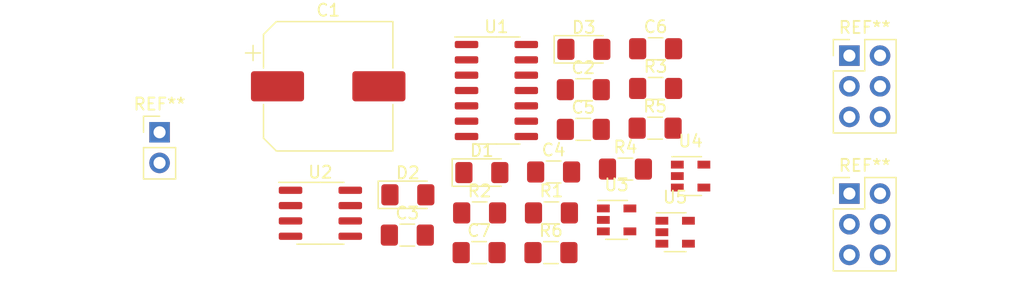
<source format=kicad_pcb>
(kicad_pcb (version 20171130) (host pcbnew "(5.1.5)-3")

  (general
    (thickness 1.6)
    (drawings 0)
    (tracks 0)
    (zones 0)
    (modules 24)
    (nets 30)
  )

  (page A4)
  (layers
    (0 F.Cu signal)
    (31 B.Cu signal)
    (32 B.Adhes user)
    (33 F.Adhes user)
    (34 B.Paste user)
    (35 F.Paste user)
    (36 B.SilkS user)
    (37 F.SilkS user)
    (38 B.Mask user)
    (39 F.Mask user)
    (40 Dwgs.User user)
    (41 Cmts.User user)
    (42 Eco1.User user)
    (43 Eco2.User user)
    (44 Edge.Cuts user)
    (45 Margin user)
    (46 B.CrtYd user)
    (47 F.CrtYd user)
    (48 B.Fab user)
    (49 F.Fab user)
  )

  (setup
    (last_trace_width 0.25)
    (trace_clearance 0.2)
    (zone_clearance 0.508)
    (zone_45_only no)
    (trace_min 0.2)
    (via_size 0.8)
    (via_drill 0.4)
    (via_min_size 0.4)
    (via_min_drill 0.3)
    (uvia_size 0.3)
    (uvia_drill 0.1)
    (uvias_allowed no)
    (uvia_min_size 0.2)
    (uvia_min_drill 0.1)
    (edge_width 0.05)
    (segment_width 0.2)
    (pcb_text_width 0.3)
    (pcb_text_size 1.5 1.5)
    (mod_edge_width 0.12)
    (mod_text_size 1 1)
    (mod_text_width 0.15)
    (pad_size 1.524 1.524)
    (pad_drill 0.762)
    (pad_to_mask_clearance 0.051)
    (solder_mask_min_width 0.25)
    (aux_axis_origin 0 0)
    (visible_elements FFFFFF7F)
    (pcbplotparams
      (layerselection 0x010fc_ffffffff)
      (usegerberextensions false)
      (usegerberattributes false)
      (usegerberadvancedattributes false)
      (creategerberjobfile false)
      (excludeedgelayer true)
      (linewidth 0.100000)
      (plotframeref false)
      (viasonmask false)
      (mode 1)
      (useauxorigin false)
      (hpglpennumber 1)
      (hpglpenspeed 20)
      (hpglpendiameter 15.000000)
      (psnegative false)
      (psa4output false)
      (plotreference true)
      (plotvalue true)
      (plotinvisibletext false)
      (padsonsilk false)
      (subtractmaskfromsilk false)
      (outputformat 1)
      (mirror false)
      (drillshape 1)
      (scaleselection 1)
      (outputdirectory ""))
  )

  (net 0 "")
  (net 1 GND-bat)
  (net 2 "Net-(C1-Pad1)")
  (net 3 Vin)
  (net 4 "Net-(C3-Pad1)")
  (net 5 VCC-2)
  (net 6 VCC-1)
  (net 7 "Net-(D1-Pad2)")
  (net 8 "Net-(D1-Pad1)")
  (net 9 "Net-(D2-Pad2)")
  (net 10 "Net-(D2-Pad1)")
  (net 11 "Net-(D3-Pad2)")
  (net 12 "Net-(D3-Pad1)")
  (net 13 Vbat)
  (net 14 "Net-(U1-Pad13)")
  (net 15 TX)
  (net 16 RX)
  (net 17 UDPI-1)
  (net 18 "Net-(U1-Pad9)")
  (net 19 "Net-(U1-Pad8)")
  (net 20 "Net-(U1-Pad7)")
  (net 21 "Net-(U1-Pad6)")
  (net 22 SIG2)
  (net 23 SIG1)
  (net 24 UDPI-0)
  (net 25 "Net-(U2-Pad5)")
  (net 26 "Net-(U2-Pad4)")
  (net 27 "Net-(U3-Pad4)")
  (net 28 "Net-(U4-Pad4)")
  (net 29 "Net-(U5-Pad4)")

  (net_class Default "Ceci est la Netclass par défaut."
    (clearance 0.2)
    (trace_width 0.25)
    (via_dia 0.8)
    (via_drill 0.4)
    (uvia_dia 0.3)
    (uvia_drill 0.1)
    (add_net GND-bat)
    (add_net "Net-(C1-Pad1)")
    (add_net "Net-(C3-Pad1)")
    (add_net "Net-(D1-Pad1)")
    (add_net "Net-(D1-Pad2)")
    (add_net "Net-(D2-Pad1)")
    (add_net "Net-(D2-Pad2)")
    (add_net "Net-(D3-Pad1)")
    (add_net "Net-(D3-Pad2)")
    (add_net "Net-(U1-Pad13)")
    (add_net "Net-(U1-Pad6)")
    (add_net "Net-(U1-Pad7)")
    (add_net "Net-(U1-Pad8)")
    (add_net "Net-(U1-Pad9)")
    (add_net "Net-(U2-Pad4)")
    (add_net "Net-(U2-Pad5)")
    (add_net "Net-(U3-Pad4)")
    (add_net "Net-(U4-Pad4)")
    (add_net "Net-(U5-Pad4)")
    (add_net RX)
    (add_net SIG1)
    (add_net SIG2)
    (add_net TX)
    (add_net UDPI-0)
    (add_net UDPI-1)
    (add_net VCC-1)
    (add_net VCC-2)
    (add_net Vbat)
    (add_net Vin)
  )

  (module Connector_PinHeader_2.54mm:PinHeader_1x02_P2.54mm_Vertical (layer F.Cu) (tedit 59FED5CC) (tstamp 5EA1E1B2)
    (at 80.01 76.2)
    (descr "Through hole straight pin header, 1x02, 2.54mm pitch, single row")
    (tags "Through hole pin header THT 1x02 2.54mm single row")
    (fp_text reference REF** (at 0 -2.33) (layer F.SilkS)
      (effects (font (size 1 1) (thickness 0.15)))
    )
    (fp_text value PinHeader_1x02_P2.54mm_Vertical (at 0 4.87) (layer F.Fab)
      (effects (font (size 1 1) (thickness 0.15)))
    )
    (fp_text user %R (at 0 1.27 90) (layer F.Fab)
      (effects (font (size 1 1) (thickness 0.15)))
    )
    (fp_line (start 1.8 -1.8) (end -1.8 -1.8) (layer F.CrtYd) (width 0.05))
    (fp_line (start 1.8 4.35) (end 1.8 -1.8) (layer F.CrtYd) (width 0.05))
    (fp_line (start -1.8 4.35) (end 1.8 4.35) (layer F.CrtYd) (width 0.05))
    (fp_line (start -1.8 -1.8) (end -1.8 4.35) (layer F.CrtYd) (width 0.05))
    (fp_line (start -1.33 -1.33) (end 0 -1.33) (layer F.SilkS) (width 0.12))
    (fp_line (start -1.33 0) (end -1.33 -1.33) (layer F.SilkS) (width 0.12))
    (fp_line (start -1.33 1.27) (end 1.33 1.27) (layer F.SilkS) (width 0.12))
    (fp_line (start 1.33 1.27) (end 1.33 3.87) (layer F.SilkS) (width 0.12))
    (fp_line (start -1.33 1.27) (end -1.33 3.87) (layer F.SilkS) (width 0.12))
    (fp_line (start -1.33 3.87) (end 1.33 3.87) (layer F.SilkS) (width 0.12))
    (fp_line (start -1.27 -0.635) (end -0.635 -1.27) (layer F.Fab) (width 0.1))
    (fp_line (start -1.27 3.81) (end -1.27 -0.635) (layer F.Fab) (width 0.1))
    (fp_line (start 1.27 3.81) (end -1.27 3.81) (layer F.Fab) (width 0.1))
    (fp_line (start 1.27 -1.27) (end 1.27 3.81) (layer F.Fab) (width 0.1))
    (fp_line (start -0.635 -1.27) (end 1.27 -1.27) (layer F.Fab) (width 0.1))
    (pad 2 thru_hole oval (at 0 2.54) (size 1.7 1.7) (drill 1) (layers *.Cu *.Mask))
    (pad 1 thru_hole rect (at 0 0) (size 1.7 1.7) (drill 1) (layers *.Cu *.Mask))
    (model ${KISYS3DMOD}/Connector_PinHeader_2.54mm.3dshapes/PinHeader_1x02_P2.54mm_Vertical.wrl
      (at (xyz 0 0 0))
      (scale (xyz 1 1 1))
      (rotate (xyz 0 0 0))
    )
  )

  (module Connector_PinHeader_2.54mm:PinHeader_2x03_P2.54mm_Vertical (layer F.Cu) (tedit 59FED5CC) (tstamp 5EA1DF65)
    (at 137.16 81.28)
    (descr "Through hole straight pin header, 2x03, 2.54mm pitch, double rows")
    (tags "Through hole pin header THT 2x03 2.54mm double row")
    (fp_text reference REF** (at 1.27 -2.33) (layer F.SilkS)
      (effects (font (size 1 1) (thickness 0.15)))
    )
    (fp_text value PinHeader_2x03_P2.54mm_Vertical (at 1.27 7.41) (layer F.Fab)
      (effects (font (size 1 1) (thickness 0.15)))
    )
    (fp_text user %R (at 1.27 2.54 90) (layer F.Fab)
      (effects (font (size 1 1) (thickness 0.15)))
    )
    (fp_line (start 4.35 -1.8) (end -1.8 -1.8) (layer F.CrtYd) (width 0.05))
    (fp_line (start 4.35 6.85) (end 4.35 -1.8) (layer F.CrtYd) (width 0.05))
    (fp_line (start -1.8 6.85) (end 4.35 6.85) (layer F.CrtYd) (width 0.05))
    (fp_line (start -1.8 -1.8) (end -1.8 6.85) (layer F.CrtYd) (width 0.05))
    (fp_line (start -1.33 -1.33) (end 0 -1.33) (layer F.SilkS) (width 0.12))
    (fp_line (start -1.33 0) (end -1.33 -1.33) (layer F.SilkS) (width 0.12))
    (fp_line (start 1.27 -1.33) (end 3.87 -1.33) (layer F.SilkS) (width 0.12))
    (fp_line (start 1.27 1.27) (end 1.27 -1.33) (layer F.SilkS) (width 0.12))
    (fp_line (start -1.33 1.27) (end 1.27 1.27) (layer F.SilkS) (width 0.12))
    (fp_line (start 3.87 -1.33) (end 3.87 6.41) (layer F.SilkS) (width 0.12))
    (fp_line (start -1.33 1.27) (end -1.33 6.41) (layer F.SilkS) (width 0.12))
    (fp_line (start -1.33 6.41) (end 3.87 6.41) (layer F.SilkS) (width 0.12))
    (fp_line (start -1.27 0) (end 0 -1.27) (layer F.Fab) (width 0.1))
    (fp_line (start -1.27 6.35) (end -1.27 0) (layer F.Fab) (width 0.1))
    (fp_line (start 3.81 6.35) (end -1.27 6.35) (layer F.Fab) (width 0.1))
    (fp_line (start 3.81 -1.27) (end 3.81 6.35) (layer F.Fab) (width 0.1))
    (fp_line (start 0 -1.27) (end 3.81 -1.27) (layer F.Fab) (width 0.1))
    (pad 6 thru_hole oval (at 2.54 5.08) (size 1.7 1.7) (drill 1) (layers *.Cu *.Mask))
    (pad 5 thru_hole oval (at 0 5.08) (size 1.7 1.7) (drill 1) (layers *.Cu *.Mask))
    (pad 4 thru_hole oval (at 2.54 2.54) (size 1.7 1.7) (drill 1) (layers *.Cu *.Mask))
    (pad 3 thru_hole oval (at 0 2.54) (size 1.7 1.7) (drill 1) (layers *.Cu *.Mask))
    (pad 2 thru_hole oval (at 2.54 0) (size 1.7 1.7) (drill 1) (layers *.Cu *.Mask))
    (pad 1 thru_hole rect (at 0 0) (size 1.7 1.7) (drill 1) (layers *.Cu *.Mask))
    (model ${KISYS3DMOD}/Connector_PinHeader_2.54mm.3dshapes/PinHeader_2x03_P2.54mm_Vertical.wrl
      (at (xyz 0 0 0))
      (scale (xyz 1 1 1))
      (rotate (xyz 0 0 0))
    )
  )

  (module Connector_PinHeader_2.54mm:PinHeader_2x03_P2.54mm_Vertical (layer F.Cu) (tedit 59FED5CC) (tstamp 5EA1DEF8)
    (at 137.16 69.85)
    (descr "Through hole straight pin header, 2x03, 2.54mm pitch, double rows")
    (tags "Through hole pin header THT 2x03 2.54mm double row")
    (fp_text reference REF** (at 1.27 -2.33) (layer F.SilkS)
      (effects (font (size 1 1) (thickness 0.15)))
    )
    (fp_text value PinHeader_2x03_P2.54mm_Vertical (at 1.27 7.41) (layer F.Fab)
      (effects (font (size 1 1) (thickness 0.15)))
    )
    (fp_text user %R (at 1.27 2.54 90) (layer F.Fab)
      (effects (font (size 1 1) (thickness 0.15)))
    )
    (fp_line (start 4.35 -1.8) (end -1.8 -1.8) (layer F.CrtYd) (width 0.05))
    (fp_line (start 4.35 6.85) (end 4.35 -1.8) (layer F.CrtYd) (width 0.05))
    (fp_line (start -1.8 6.85) (end 4.35 6.85) (layer F.CrtYd) (width 0.05))
    (fp_line (start -1.8 -1.8) (end -1.8 6.85) (layer F.CrtYd) (width 0.05))
    (fp_line (start -1.33 -1.33) (end 0 -1.33) (layer F.SilkS) (width 0.12))
    (fp_line (start -1.33 0) (end -1.33 -1.33) (layer F.SilkS) (width 0.12))
    (fp_line (start 1.27 -1.33) (end 3.87 -1.33) (layer F.SilkS) (width 0.12))
    (fp_line (start 1.27 1.27) (end 1.27 -1.33) (layer F.SilkS) (width 0.12))
    (fp_line (start -1.33 1.27) (end 1.27 1.27) (layer F.SilkS) (width 0.12))
    (fp_line (start 3.87 -1.33) (end 3.87 6.41) (layer F.SilkS) (width 0.12))
    (fp_line (start -1.33 1.27) (end -1.33 6.41) (layer F.SilkS) (width 0.12))
    (fp_line (start -1.33 6.41) (end 3.87 6.41) (layer F.SilkS) (width 0.12))
    (fp_line (start -1.27 0) (end 0 -1.27) (layer F.Fab) (width 0.1))
    (fp_line (start -1.27 6.35) (end -1.27 0) (layer F.Fab) (width 0.1))
    (fp_line (start 3.81 6.35) (end -1.27 6.35) (layer F.Fab) (width 0.1))
    (fp_line (start 3.81 -1.27) (end 3.81 6.35) (layer F.Fab) (width 0.1))
    (fp_line (start 0 -1.27) (end 3.81 -1.27) (layer F.Fab) (width 0.1))
    (pad 6 thru_hole oval (at 2.54 5.08) (size 1.7 1.7) (drill 1) (layers *.Cu *.Mask))
    (pad 5 thru_hole oval (at 0 5.08) (size 1.7 1.7) (drill 1) (layers *.Cu *.Mask))
    (pad 4 thru_hole oval (at 2.54 2.54) (size 1.7 1.7) (drill 1) (layers *.Cu *.Mask))
    (pad 3 thru_hole oval (at 0 2.54) (size 1.7 1.7) (drill 1) (layers *.Cu *.Mask))
    (pad 2 thru_hole oval (at 2.54 0) (size 1.7 1.7) (drill 1) (layers *.Cu *.Mask))
    (pad 1 thru_hole rect (at 0 0) (size 1.7 1.7) (drill 1) (layers *.Cu *.Mask))
    (model ${KISYS3DMOD}/Connector_PinHeader_2.54mm.3dshapes/PinHeader_2x03_P2.54mm_Vertical.wrl
      (at (xyz 0 0 0))
      (scale (xyz 1 1 1))
      (rotate (xyz 0 0 0))
    )
  )

  (module Package_TO_SOT_SMD:SOT-23-5 (layer F.Cu) (tedit 5A02FF57) (tstamp 5EA0E787)
    (at 122.725 84.48)
    (descr "5-pin SOT23 package")
    (tags SOT-23-5)
    (path /5E9D36BD)
    (attr smd)
    (fp_text reference U5 (at 0 -2.9) (layer F.SilkS)
      (effects (font (size 1 1) (thickness 0.15)))
    )
    (fp_text value MIC5504-3.3YM5 (at 0 2.9) (layer F.Fab)
      (effects (font (size 1 1) (thickness 0.15)))
    )
    (fp_line (start 0.9 -1.55) (end 0.9 1.55) (layer F.Fab) (width 0.1))
    (fp_line (start 0.9 1.55) (end -0.9 1.55) (layer F.Fab) (width 0.1))
    (fp_line (start -0.9 -0.9) (end -0.9 1.55) (layer F.Fab) (width 0.1))
    (fp_line (start 0.9 -1.55) (end -0.25 -1.55) (layer F.Fab) (width 0.1))
    (fp_line (start -0.9 -0.9) (end -0.25 -1.55) (layer F.Fab) (width 0.1))
    (fp_line (start -1.9 1.8) (end -1.9 -1.8) (layer F.CrtYd) (width 0.05))
    (fp_line (start 1.9 1.8) (end -1.9 1.8) (layer F.CrtYd) (width 0.05))
    (fp_line (start 1.9 -1.8) (end 1.9 1.8) (layer F.CrtYd) (width 0.05))
    (fp_line (start -1.9 -1.8) (end 1.9 -1.8) (layer F.CrtYd) (width 0.05))
    (fp_line (start 0.9 -1.61) (end -1.55 -1.61) (layer F.SilkS) (width 0.12))
    (fp_line (start -0.9 1.61) (end 0.9 1.61) (layer F.SilkS) (width 0.12))
    (fp_text user %R (at 0 0 90) (layer F.Fab)
      (effects (font (size 0.5 0.5) (thickness 0.075)))
    )
    (pad 5 smd rect (at 1.1 -0.95) (size 1.06 0.65) (layers F.Cu F.Paste F.Mask)
      (net 6 VCC-1))
    (pad 4 smd rect (at 1.1 0.95) (size 1.06 0.65) (layers F.Cu F.Paste F.Mask)
      (net 29 "Net-(U5-Pad4)"))
    (pad 3 smd rect (at -1.1 0.95) (size 1.06 0.65) (layers F.Cu F.Paste F.Mask)
      (net 19 "Net-(U1-Pad8)"))
    (pad 2 smd rect (at -1.1 0) (size 1.06 0.65) (layers F.Cu F.Paste F.Mask)
      (net 1 GND-bat))
    (pad 1 smd rect (at -1.1 -0.95) (size 1.06 0.65) (layers F.Cu F.Paste F.Mask)
      (net 3 Vin))
    (model ${KISYS3DMOD}/Package_TO_SOT_SMD.3dshapes/SOT-23-5.wrl
      (at (xyz 0 0 0))
      (scale (xyz 1 1 1))
      (rotate (xyz 0 0 0))
    )
  )

  (module Package_TO_SOT_SMD:SOT-23-5 (layer F.Cu) (tedit 5A02FF57) (tstamp 5EA0E772)
    (at 124.005 79.83)
    (descr "5-pin SOT23 package")
    (tags SOT-23-5)
    (path /5E9D46B8)
    (attr smd)
    (fp_text reference U4 (at 0 -2.9) (layer F.SilkS)
      (effects (font (size 1 1) (thickness 0.15)))
    )
    (fp_text value MIC5504-3.3YM5 (at 0 2.9) (layer F.Fab)
      (effects (font (size 1 1) (thickness 0.15)))
    )
    (fp_line (start 0.9 -1.55) (end 0.9 1.55) (layer F.Fab) (width 0.1))
    (fp_line (start 0.9 1.55) (end -0.9 1.55) (layer F.Fab) (width 0.1))
    (fp_line (start -0.9 -0.9) (end -0.9 1.55) (layer F.Fab) (width 0.1))
    (fp_line (start 0.9 -1.55) (end -0.25 -1.55) (layer F.Fab) (width 0.1))
    (fp_line (start -0.9 -0.9) (end -0.25 -1.55) (layer F.Fab) (width 0.1))
    (fp_line (start -1.9 1.8) (end -1.9 -1.8) (layer F.CrtYd) (width 0.05))
    (fp_line (start 1.9 1.8) (end -1.9 1.8) (layer F.CrtYd) (width 0.05))
    (fp_line (start 1.9 -1.8) (end 1.9 1.8) (layer F.CrtYd) (width 0.05))
    (fp_line (start -1.9 -1.8) (end 1.9 -1.8) (layer F.CrtYd) (width 0.05))
    (fp_line (start 0.9 -1.61) (end -1.55 -1.61) (layer F.SilkS) (width 0.12))
    (fp_line (start -0.9 1.61) (end 0.9 1.61) (layer F.SilkS) (width 0.12))
    (fp_text user %R (at 0 0 90) (layer F.Fab)
      (effects (font (size 0.5 0.5) (thickness 0.075)))
    )
    (pad 5 smd rect (at 1.1 -0.95) (size 1.06 0.65) (layers F.Cu F.Paste F.Mask)
      (net 5 VCC-2))
    (pad 4 smd rect (at 1.1 0.95) (size 1.06 0.65) (layers F.Cu F.Paste F.Mask)
      (net 28 "Net-(U4-Pad4)"))
    (pad 3 smd rect (at -1.1 0.95) (size 1.06 0.65) (layers F.Cu F.Paste F.Mask)
      (net 18 "Net-(U1-Pad9)"))
    (pad 2 smd rect (at -1.1 0) (size 1.06 0.65) (layers F.Cu F.Paste F.Mask)
      (net 1 GND-bat))
    (pad 1 smd rect (at -1.1 -0.95) (size 1.06 0.65) (layers F.Cu F.Paste F.Mask)
      (net 3 Vin))
    (model ${KISYS3DMOD}/Package_TO_SOT_SMD.3dshapes/SOT-23-5.wrl
      (at (xyz 0 0 0))
      (scale (xyz 1 1 1))
      (rotate (xyz 0 0 0))
    )
  )

  (module Package_TO_SOT_SMD:SOT-23-5 (layer F.Cu) (tedit 5A02FF57) (tstamp 5EA0E75D)
    (at 117.875 83.46)
    (descr "5-pin SOT23 package")
    (tags SOT-23-5)
    (path /5E9D23A3)
    (attr smd)
    (fp_text reference U3 (at 0 -2.9) (layer F.SilkS)
      (effects (font (size 1 1) (thickness 0.15)))
    )
    (fp_text value MIC5504-3.3YM5 (at 0 2.9) (layer F.Fab)
      (effects (font (size 1 1) (thickness 0.15)))
    )
    (fp_line (start 0.9 -1.55) (end 0.9 1.55) (layer F.Fab) (width 0.1))
    (fp_line (start 0.9 1.55) (end -0.9 1.55) (layer F.Fab) (width 0.1))
    (fp_line (start -0.9 -0.9) (end -0.9 1.55) (layer F.Fab) (width 0.1))
    (fp_line (start 0.9 -1.55) (end -0.25 -1.55) (layer F.Fab) (width 0.1))
    (fp_line (start -0.9 -0.9) (end -0.25 -1.55) (layer F.Fab) (width 0.1))
    (fp_line (start -1.9 1.8) (end -1.9 -1.8) (layer F.CrtYd) (width 0.05))
    (fp_line (start 1.9 1.8) (end -1.9 1.8) (layer F.CrtYd) (width 0.05))
    (fp_line (start 1.9 -1.8) (end 1.9 1.8) (layer F.CrtYd) (width 0.05))
    (fp_line (start -1.9 -1.8) (end 1.9 -1.8) (layer F.CrtYd) (width 0.05))
    (fp_line (start 0.9 -1.61) (end -1.55 -1.61) (layer F.SilkS) (width 0.12))
    (fp_line (start -0.9 1.61) (end 0.9 1.61) (layer F.SilkS) (width 0.12))
    (fp_text user %R (at 0 0 90) (layer F.Fab)
      (effects (font (size 0.5 0.5) (thickness 0.075)))
    )
    (pad 5 smd rect (at 1.1 -0.95) (size 1.06 0.65) (layers F.Cu F.Paste F.Mask)
      (net 4 "Net-(C3-Pad1)"))
    (pad 4 smd rect (at 1.1 0.95) (size 1.06 0.65) (layers F.Cu F.Paste F.Mask)
      (net 27 "Net-(U3-Pad4)"))
    (pad 3 smd rect (at -1.1 0.95) (size 1.06 0.65) (layers F.Cu F.Paste F.Mask)
      (net 26 "Net-(U2-Pad4)"))
    (pad 2 smd rect (at -1.1 0) (size 1.06 0.65) (layers F.Cu F.Paste F.Mask)
      (net 1 GND-bat))
    (pad 1 smd rect (at -1.1 -0.95) (size 1.06 0.65) (layers F.Cu F.Paste F.Mask)
      (net 3 Vin))
    (model ${KISYS3DMOD}/Package_TO_SOT_SMD.3dshapes/SOT-23-5.wrl
      (at (xyz 0 0 0))
      (scale (xyz 1 1 1))
      (rotate (xyz 0 0 0))
    )
  )

  (module Package_SO:SOIC-8_3.9x4.9mm_P1.27mm (layer F.Cu) (tedit 5D9F72B1) (tstamp 5EA0E748)
    (at 93.335 82.91)
    (descr "SOIC, 8 Pin (JEDEC MS-012AA, https://www.analog.com/media/en/package-pcb-resources/package/pkg_pdf/soic_narrow-r/r_8.pdf), generated with kicad-footprint-generator ipc_gullwing_generator.py")
    (tags "SOIC SO")
    (path /5E9D127C)
    (attr smd)
    (fp_text reference U2 (at 0 -3.4) (layer F.SilkS)
      (effects (font (size 1 1) (thickness 0.15)))
    )
    (fp_text value ATtiny402-SS (at 0 3.4) (layer F.Fab)
      (effects (font (size 1 1) (thickness 0.15)))
    )
    (fp_text user %R (at 0 0) (layer F.Fab)
      (effects (font (size 0.98 0.98) (thickness 0.15)))
    )
    (fp_line (start 3.7 -2.7) (end -3.7 -2.7) (layer F.CrtYd) (width 0.05))
    (fp_line (start 3.7 2.7) (end 3.7 -2.7) (layer F.CrtYd) (width 0.05))
    (fp_line (start -3.7 2.7) (end 3.7 2.7) (layer F.CrtYd) (width 0.05))
    (fp_line (start -3.7 -2.7) (end -3.7 2.7) (layer F.CrtYd) (width 0.05))
    (fp_line (start -1.95 -1.475) (end -0.975 -2.45) (layer F.Fab) (width 0.1))
    (fp_line (start -1.95 2.45) (end -1.95 -1.475) (layer F.Fab) (width 0.1))
    (fp_line (start 1.95 2.45) (end -1.95 2.45) (layer F.Fab) (width 0.1))
    (fp_line (start 1.95 -2.45) (end 1.95 2.45) (layer F.Fab) (width 0.1))
    (fp_line (start -0.975 -2.45) (end 1.95 -2.45) (layer F.Fab) (width 0.1))
    (fp_line (start 0 -2.56) (end -3.45 -2.56) (layer F.SilkS) (width 0.12))
    (fp_line (start 0 -2.56) (end 1.95 -2.56) (layer F.SilkS) (width 0.12))
    (fp_line (start 0 2.56) (end -1.95 2.56) (layer F.SilkS) (width 0.12))
    (fp_line (start 0 2.56) (end 1.95 2.56) (layer F.SilkS) (width 0.12))
    (pad 8 smd roundrect (at 2.475 -1.905) (size 1.95 0.6) (layers F.Cu F.Paste F.Mask) (roundrect_rratio 0.25)
      (net 1 GND-bat))
    (pad 7 smd roundrect (at 2.475 -0.635) (size 1.95 0.6) (layers F.Cu F.Paste F.Mask) (roundrect_rratio 0.25)
      (net 20 "Net-(U1-Pad7)"))
    (pad 6 smd roundrect (at 2.475 0.635) (size 1.95 0.6) (layers F.Cu F.Paste F.Mask) (roundrect_rratio 0.25)
      (net 24 UDPI-0))
    (pad 5 smd roundrect (at 2.475 1.905) (size 1.95 0.6) (layers F.Cu F.Paste F.Mask) (roundrect_rratio 0.25)
      (net 25 "Net-(U2-Pad5)"))
    (pad 4 smd roundrect (at -2.475 1.905) (size 1.95 0.6) (layers F.Cu F.Paste F.Mask) (roundrect_rratio 0.25)
      (net 26 "Net-(U2-Pad4)"))
    (pad 3 smd roundrect (at -2.475 0.635) (size 1.95 0.6) (layers F.Cu F.Paste F.Mask) (roundrect_rratio 0.25)
      (net 7 "Net-(D1-Pad2)"))
    (pad 2 smd roundrect (at -2.475 -0.635) (size 1.95 0.6) (layers F.Cu F.Paste F.Mask) (roundrect_rratio 0.25)
      (net 21 "Net-(U1-Pad6)"))
    (pad 1 smd roundrect (at -2.475 -1.905) (size 1.95 0.6) (layers F.Cu F.Paste F.Mask) (roundrect_rratio 0.25)
      (net 2 "Net-(C1-Pad1)"))
    (model ${KISYS3DMOD}/Package_SO.3dshapes/SOIC-8_3.9x4.9mm_P1.27mm.wrl
      (at (xyz 0 0 0))
      (scale (xyz 1 1 1))
      (rotate (xyz 0 0 0))
    )
  )

  (module Package_SO:SOIC-14_3.9x8.7mm_P1.27mm (layer F.Cu) (tedit 5D9F72B1) (tstamp 5EA0E72E)
    (at 107.915 72.74)
    (descr "SOIC, 14 Pin (JEDEC MS-012AB, https://www.analog.com/media/en/package-pcb-resources/package/pkg_pdf/soic_narrow-r/r_14.pdf), generated with kicad-footprint-generator ipc_gullwing_generator.py")
    (tags "SOIC SO")
    (path /5E9D4896)
    (attr smd)
    (fp_text reference U1 (at 0 -5.28) (layer F.SilkS)
      (effects (font (size 1 1) (thickness 0.15)))
    )
    (fp_text value ATtiny804-SS (at 0 5.28) (layer F.Fab)
      (effects (font (size 1 1) (thickness 0.15)))
    )
    (fp_text user %R (at 0 0) (layer F.Fab)
      (effects (font (size 0.98 0.98) (thickness 0.15)))
    )
    (fp_line (start 3.7 -4.58) (end -3.7 -4.58) (layer F.CrtYd) (width 0.05))
    (fp_line (start 3.7 4.58) (end 3.7 -4.58) (layer F.CrtYd) (width 0.05))
    (fp_line (start -3.7 4.58) (end 3.7 4.58) (layer F.CrtYd) (width 0.05))
    (fp_line (start -3.7 -4.58) (end -3.7 4.58) (layer F.CrtYd) (width 0.05))
    (fp_line (start -1.95 -3.35) (end -0.975 -4.325) (layer F.Fab) (width 0.1))
    (fp_line (start -1.95 4.325) (end -1.95 -3.35) (layer F.Fab) (width 0.1))
    (fp_line (start 1.95 4.325) (end -1.95 4.325) (layer F.Fab) (width 0.1))
    (fp_line (start 1.95 -4.325) (end 1.95 4.325) (layer F.Fab) (width 0.1))
    (fp_line (start -0.975 -4.325) (end 1.95 -4.325) (layer F.Fab) (width 0.1))
    (fp_line (start 0 -4.435) (end -3.45 -4.435) (layer F.SilkS) (width 0.12))
    (fp_line (start 0 -4.435) (end 1.95 -4.435) (layer F.SilkS) (width 0.12))
    (fp_line (start 0 4.435) (end -1.95 4.435) (layer F.SilkS) (width 0.12))
    (fp_line (start 0 4.435) (end 1.95 4.435) (layer F.SilkS) (width 0.12))
    (pad 14 smd roundrect (at 2.475 -3.81) (size 1.95 0.6) (layers F.Cu F.Paste F.Mask) (roundrect_rratio 0.25)
      (net 1 GND-bat))
    (pad 13 smd roundrect (at 2.475 -2.54) (size 1.95 0.6) (layers F.Cu F.Paste F.Mask) (roundrect_rratio 0.25)
      (net 14 "Net-(U1-Pad13)"))
    (pad 12 smd roundrect (at 2.475 -1.27) (size 1.95 0.6) (layers F.Cu F.Paste F.Mask) (roundrect_rratio 0.25)
      (net 15 TX))
    (pad 11 smd roundrect (at 2.475 0) (size 1.95 0.6) (layers F.Cu F.Paste F.Mask) (roundrect_rratio 0.25)
      (net 16 RX))
    (pad 10 smd roundrect (at 2.475 1.27) (size 1.95 0.6) (layers F.Cu F.Paste F.Mask) (roundrect_rratio 0.25)
      (net 17 UDPI-1))
    (pad 9 smd roundrect (at 2.475 2.54) (size 1.95 0.6) (layers F.Cu F.Paste F.Mask) (roundrect_rratio 0.25)
      (net 18 "Net-(U1-Pad9)"))
    (pad 8 smd roundrect (at 2.475 3.81) (size 1.95 0.6) (layers F.Cu F.Paste F.Mask) (roundrect_rratio 0.25)
      (net 19 "Net-(U1-Pad8)"))
    (pad 7 smd roundrect (at -2.475 3.81) (size 1.95 0.6) (layers F.Cu F.Paste F.Mask) (roundrect_rratio 0.25)
      (net 20 "Net-(U1-Pad7)"))
    (pad 6 smd roundrect (at -2.475 2.54) (size 1.95 0.6) (layers F.Cu F.Paste F.Mask) (roundrect_rratio 0.25)
      (net 21 "Net-(U1-Pad6)"))
    (pad 5 smd roundrect (at -2.475 1.27) (size 1.95 0.6) (layers F.Cu F.Paste F.Mask) (roundrect_rratio 0.25)
      (net 9 "Net-(D2-Pad2)"))
    (pad 4 smd roundrect (at -2.475 0) (size 1.95 0.6) (layers F.Cu F.Paste F.Mask) (roundrect_rratio 0.25)
      (net 11 "Net-(D3-Pad2)"))
    (pad 3 smd roundrect (at -2.475 -1.27) (size 1.95 0.6) (layers F.Cu F.Paste F.Mask) (roundrect_rratio 0.25)
      (net 22 SIG2))
    (pad 2 smd roundrect (at -2.475 -2.54) (size 1.95 0.6) (layers F.Cu F.Paste F.Mask) (roundrect_rratio 0.25)
      (net 23 SIG1))
    (pad 1 smd roundrect (at -2.475 -3.81) (size 1.95 0.6) (layers F.Cu F.Paste F.Mask) (roundrect_rratio 0.25)
      (net 4 "Net-(C3-Pad1)"))
    (model ${KISYS3DMOD}/Package_SO.3dshapes/SOIC-14_3.9x8.7mm_P1.27mm.wrl
      (at (xyz 0 0 0))
      (scale (xyz 1 1 1))
      (rotate (xyz 0 0 0))
    )
  )

  (module Resistor_SMD:R_1206_3216Metric_Pad1.42x1.75mm_HandSolder (layer F.Cu) (tedit 5B301BBD) (tstamp 5EA0E70E)
    (at 112.435 86.17)
    (descr "Resistor SMD 1206 (3216 Metric), square (rectangular) end terminal, IPC_7351 nominal with elongated pad for handsoldering. (Body size source: http://www.tortai-tech.com/upload/download/2011102023233369053.pdf), generated with kicad-footprint-generator")
    (tags "resistor handsolder")
    (path /5EA395B3)
    (attr smd)
    (fp_text reference R6 (at 0 -1.82) (layer F.SilkS)
      (effects (font (size 1 1) (thickness 0.15)))
    )
    (fp_text value 22k (at 0 1.82) (layer F.Fab)
      (effects (font (size 1 1) (thickness 0.15)))
    )
    (fp_text user %R (at 0 0) (layer F.Fab)
      (effects (font (size 0.8 0.8) (thickness 0.12)))
    )
    (fp_line (start 2.45 1.12) (end -2.45 1.12) (layer F.CrtYd) (width 0.05))
    (fp_line (start 2.45 -1.12) (end 2.45 1.12) (layer F.CrtYd) (width 0.05))
    (fp_line (start -2.45 -1.12) (end 2.45 -1.12) (layer F.CrtYd) (width 0.05))
    (fp_line (start -2.45 1.12) (end -2.45 -1.12) (layer F.CrtYd) (width 0.05))
    (fp_line (start -0.602064 0.91) (end 0.602064 0.91) (layer F.SilkS) (width 0.12))
    (fp_line (start -0.602064 -0.91) (end 0.602064 -0.91) (layer F.SilkS) (width 0.12))
    (fp_line (start 1.6 0.8) (end -1.6 0.8) (layer F.Fab) (width 0.1))
    (fp_line (start 1.6 -0.8) (end 1.6 0.8) (layer F.Fab) (width 0.1))
    (fp_line (start -1.6 -0.8) (end 1.6 -0.8) (layer F.Fab) (width 0.1))
    (fp_line (start -1.6 0.8) (end -1.6 -0.8) (layer F.Fab) (width 0.1))
    (pad 2 smd roundrect (at 1.4875 0) (size 1.425 1.75) (layers F.Cu F.Paste F.Mask) (roundrect_rratio 0.175439)
      (net 1 GND-bat))
    (pad 1 smd roundrect (at -1.4875 0) (size 1.425 1.75) (layers F.Cu F.Paste F.Mask) (roundrect_rratio 0.175439)
      (net 12 "Net-(D3-Pad1)"))
    (model ${KISYS3DMOD}/Resistor_SMD.3dshapes/R_1206_3216Metric.wrl
      (at (xyz 0 0 0))
      (scale (xyz 1 1 1))
      (rotate (xyz 0 0 0))
    )
  )

  (module Resistor_SMD:R_1206_3216Metric_Pad1.42x1.75mm_HandSolder (layer F.Cu) (tedit 5B301BBD) (tstamp 5EA0E6FD)
    (at 121.065 75.86)
    (descr "Resistor SMD 1206 (3216 Metric), square (rectangular) end terminal, IPC_7351 nominal with elongated pad for handsoldering. (Body size source: http://www.tortai-tech.com/upload/download/2011102023233369053.pdf), generated with kicad-footprint-generator")
    (tags "resistor handsolder")
    (path /5EA388A3)
    (attr smd)
    (fp_text reference R5 (at 0 -1.82) (layer F.SilkS)
      (effects (font (size 1 1) (thickness 0.15)))
    )
    (fp_text value 22k (at 0 1.82) (layer F.Fab)
      (effects (font (size 1 1) (thickness 0.15)))
    )
    (fp_text user %R (at 0 0) (layer F.Fab)
      (effects (font (size 0.8 0.8) (thickness 0.12)))
    )
    (fp_line (start 2.45 1.12) (end -2.45 1.12) (layer F.CrtYd) (width 0.05))
    (fp_line (start 2.45 -1.12) (end 2.45 1.12) (layer F.CrtYd) (width 0.05))
    (fp_line (start -2.45 -1.12) (end 2.45 -1.12) (layer F.CrtYd) (width 0.05))
    (fp_line (start -2.45 1.12) (end -2.45 -1.12) (layer F.CrtYd) (width 0.05))
    (fp_line (start -0.602064 0.91) (end 0.602064 0.91) (layer F.SilkS) (width 0.12))
    (fp_line (start -0.602064 -0.91) (end 0.602064 -0.91) (layer F.SilkS) (width 0.12))
    (fp_line (start 1.6 0.8) (end -1.6 0.8) (layer F.Fab) (width 0.1))
    (fp_line (start 1.6 -0.8) (end 1.6 0.8) (layer F.Fab) (width 0.1))
    (fp_line (start -1.6 -0.8) (end 1.6 -0.8) (layer F.Fab) (width 0.1))
    (fp_line (start -1.6 0.8) (end -1.6 -0.8) (layer F.Fab) (width 0.1))
    (pad 2 smd roundrect (at 1.4875 0) (size 1.425 1.75) (layers F.Cu F.Paste F.Mask) (roundrect_rratio 0.175439)
      (net 1 GND-bat))
    (pad 1 smd roundrect (at -1.4875 0) (size 1.425 1.75) (layers F.Cu F.Paste F.Mask) (roundrect_rratio 0.175439)
      (net 10 "Net-(D2-Pad1)"))
    (model ${KISYS3DMOD}/Resistor_SMD.3dshapes/R_1206_3216Metric.wrl
      (at (xyz 0 0 0))
      (scale (xyz 1 1 1))
      (rotate (xyz 0 0 0))
    )
  )

  (module Resistor_SMD:R_1206_3216Metric_Pad1.42x1.75mm_HandSolder (layer F.Cu) (tedit 5B301BBD) (tstamp 5EA0E6EC)
    (at 118.605 79.25)
    (descr "Resistor SMD 1206 (3216 Metric), square (rectangular) end terminal, IPC_7351 nominal with elongated pad for handsoldering. (Body size source: http://www.tortai-tech.com/upload/download/2011102023233369053.pdf), generated with kicad-footprint-generator")
    (tags "resistor handsolder")
    (path /5EA47233)
    (attr smd)
    (fp_text reference R4 (at 0 -1.82) (layer F.SilkS)
      (effects (font (size 1 1) (thickness 0.15)))
    )
    (fp_text value 22k (at 0 1.82) (layer F.Fab)
      (effects (font (size 1 1) (thickness 0.15)))
    )
    (fp_text user %R (at 0 0) (layer F.Fab)
      (effects (font (size 0.8 0.8) (thickness 0.12)))
    )
    (fp_line (start 2.45 1.12) (end -2.45 1.12) (layer F.CrtYd) (width 0.05))
    (fp_line (start 2.45 -1.12) (end 2.45 1.12) (layer F.CrtYd) (width 0.05))
    (fp_line (start -2.45 -1.12) (end 2.45 -1.12) (layer F.CrtYd) (width 0.05))
    (fp_line (start -2.45 1.12) (end -2.45 -1.12) (layer F.CrtYd) (width 0.05))
    (fp_line (start -0.602064 0.91) (end 0.602064 0.91) (layer F.SilkS) (width 0.12))
    (fp_line (start -0.602064 -0.91) (end 0.602064 -0.91) (layer F.SilkS) (width 0.12))
    (fp_line (start 1.6 0.8) (end -1.6 0.8) (layer F.Fab) (width 0.1))
    (fp_line (start 1.6 -0.8) (end 1.6 0.8) (layer F.Fab) (width 0.1))
    (fp_line (start -1.6 -0.8) (end 1.6 -0.8) (layer F.Fab) (width 0.1))
    (fp_line (start -1.6 0.8) (end -1.6 -0.8) (layer F.Fab) (width 0.1))
    (pad 2 smd roundrect (at 1.4875 0) (size 1.425 1.75) (layers F.Cu F.Paste F.Mask) (roundrect_rratio 0.175439)
      (net 1 GND-bat))
    (pad 1 smd roundrect (at -1.4875 0) (size 1.425 1.75) (layers F.Cu F.Paste F.Mask) (roundrect_rratio 0.175439)
      (net 8 "Net-(D1-Pad1)"))
    (model ${KISYS3DMOD}/Resistor_SMD.3dshapes/R_1206_3216Metric.wrl
      (at (xyz 0 0 0))
      (scale (xyz 1 1 1))
      (rotate (xyz 0 0 0))
    )
  )

  (module Resistor_SMD:R_1206_3216Metric_Pad1.42x1.75mm_HandSolder (layer F.Cu) (tedit 5B301BBD) (tstamp 5EA0E6DB)
    (at 121.105 72.57)
    (descr "Resistor SMD 1206 (3216 Metric), square (rectangular) end terminal, IPC_7351 nominal with elongated pad for handsoldering. (Body size source: http://www.tortai-tech.com/upload/download/2011102023233369053.pdf), generated with kicad-footprint-generator")
    (tags "resistor handsolder")
    (path /5EA16755)
    (attr smd)
    (fp_text reference R3 (at 0 -1.82) (layer F.SilkS)
      (effects (font (size 1 1) (thickness 0.15)))
    )
    (fp_text value 100k (at 0 1.82) (layer F.Fab)
      (effects (font (size 1 1) (thickness 0.15)))
    )
    (fp_text user %R (at 0 0) (layer F.Fab)
      (effects (font (size 0.8 0.8) (thickness 0.12)))
    )
    (fp_line (start 2.45 1.12) (end -2.45 1.12) (layer F.CrtYd) (width 0.05))
    (fp_line (start 2.45 -1.12) (end 2.45 1.12) (layer F.CrtYd) (width 0.05))
    (fp_line (start -2.45 -1.12) (end 2.45 -1.12) (layer F.CrtYd) (width 0.05))
    (fp_line (start -2.45 1.12) (end -2.45 -1.12) (layer F.CrtYd) (width 0.05))
    (fp_line (start -0.602064 0.91) (end 0.602064 0.91) (layer F.SilkS) (width 0.12))
    (fp_line (start -0.602064 -0.91) (end 0.602064 -0.91) (layer F.SilkS) (width 0.12))
    (fp_line (start 1.6 0.8) (end -1.6 0.8) (layer F.Fab) (width 0.1))
    (fp_line (start 1.6 -0.8) (end 1.6 0.8) (layer F.Fab) (width 0.1))
    (fp_line (start -1.6 -0.8) (end 1.6 -0.8) (layer F.Fab) (width 0.1))
    (fp_line (start -1.6 0.8) (end -1.6 -0.8) (layer F.Fab) (width 0.1))
    (pad 2 smd roundrect (at 1.4875 0) (size 1.425 1.75) (layers F.Cu F.Paste F.Mask) (roundrect_rratio 0.175439)
      (net 13 Vbat))
    (pad 1 smd roundrect (at -1.4875 0) (size 1.425 1.75) (layers F.Cu F.Paste F.Mask) (roundrect_rratio 0.175439)
      (net 1 GND-bat))
    (model ${KISYS3DMOD}/Resistor_SMD.3dshapes/R_1206_3216Metric.wrl
      (at (xyz 0 0 0))
      (scale (xyz 1 1 1))
      (rotate (xyz 0 0 0))
    )
  )

  (module Resistor_SMD:R_1206_3216Metric_Pad1.42x1.75mm_HandSolder (layer F.Cu) (tedit 5B301BBD) (tstamp 5EA0E6CA)
    (at 106.525 82.88)
    (descr "Resistor SMD 1206 (3216 Metric), square (rectangular) end terminal, IPC_7351 nominal with elongated pad for handsoldering. (Body size source: http://www.tortai-tech.com/upload/download/2011102023233369053.pdf), generated with kicad-footprint-generator")
    (tags "resistor handsolder")
    (path /5EA1422F)
    (attr smd)
    (fp_text reference R2 (at 0 -1.82) (layer F.SilkS)
      (effects (font (size 1 1) (thickness 0.15)))
    )
    (fp_text value 100k (at 0 1.82) (layer F.Fab)
      (effects (font (size 1 1) (thickness 0.15)))
    )
    (fp_text user %R (at 0 0) (layer F.Fab)
      (effects (font (size 0.8 0.8) (thickness 0.12)))
    )
    (fp_line (start 2.45 1.12) (end -2.45 1.12) (layer F.CrtYd) (width 0.05))
    (fp_line (start 2.45 -1.12) (end 2.45 1.12) (layer F.CrtYd) (width 0.05))
    (fp_line (start -2.45 -1.12) (end 2.45 -1.12) (layer F.CrtYd) (width 0.05))
    (fp_line (start -2.45 1.12) (end -2.45 -1.12) (layer F.CrtYd) (width 0.05))
    (fp_line (start -0.602064 0.91) (end 0.602064 0.91) (layer F.SilkS) (width 0.12))
    (fp_line (start -0.602064 -0.91) (end 0.602064 -0.91) (layer F.SilkS) (width 0.12))
    (fp_line (start 1.6 0.8) (end -1.6 0.8) (layer F.Fab) (width 0.1))
    (fp_line (start 1.6 -0.8) (end 1.6 0.8) (layer F.Fab) (width 0.1))
    (fp_line (start -1.6 -0.8) (end 1.6 -0.8) (layer F.Fab) (width 0.1))
    (fp_line (start -1.6 0.8) (end -1.6 -0.8) (layer F.Fab) (width 0.1))
    (pad 2 smd roundrect (at 1.4875 0) (size 1.425 1.75) (layers F.Cu F.Paste F.Mask) (roundrect_rratio 0.175439)
      (net 3 Vin))
    (pad 1 smd roundrect (at -1.4875 0) (size 1.425 1.75) (layers F.Cu F.Paste F.Mask) (roundrect_rratio 0.175439)
      (net 13 Vbat))
    (model ${KISYS3DMOD}/Resistor_SMD.3dshapes/R_1206_3216Metric.wrl
      (at (xyz 0 0 0))
      (scale (xyz 1 1 1))
      (rotate (xyz 0 0 0))
    )
  )

  (module Resistor_SMD:R_1206_3216Metric_Pad1.42x1.75mm_HandSolder (layer F.Cu) (tedit 5B301BBD) (tstamp 5EA0E6B9)
    (at 112.475 82.88)
    (descr "Resistor SMD 1206 (3216 Metric), square (rectangular) end terminal, IPC_7351 nominal with elongated pad for handsoldering. (Body size source: http://www.tortai-tech.com/upload/download/2011102023233369053.pdf), generated with kicad-footprint-generator")
    (tags "resistor handsolder")
    (path /5E9FB3F3)
    (attr smd)
    (fp_text reference R1 (at 0 -1.82) (layer F.SilkS)
      (effects (font (size 1 1) (thickness 0.15)))
    )
    (fp_text value 16 (at 0 1.82) (layer F.Fab)
      (effects (font (size 1 1) (thickness 0.15)))
    )
    (fp_text user %R (at 0 0) (layer F.Fab)
      (effects (font (size 0.8 0.8) (thickness 0.12)))
    )
    (fp_line (start 2.45 1.12) (end -2.45 1.12) (layer F.CrtYd) (width 0.05))
    (fp_line (start 2.45 -1.12) (end 2.45 1.12) (layer F.CrtYd) (width 0.05))
    (fp_line (start -2.45 -1.12) (end 2.45 -1.12) (layer F.CrtYd) (width 0.05))
    (fp_line (start -2.45 1.12) (end -2.45 -1.12) (layer F.CrtYd) (width 0.05))
    (fp_line (start -0.602064 0.91) (end 0.602064 0.91) (layer F.SilkS) (width 0.12))
    (fp_line (start -0.602064 -0.91) (end 0.602064 -0.91) (layer F.SilkS) (width 0.12))
    (fp_line (start 1.6 0.8) (end -1.6 0.8) (layer F.Fab) (width 0.1))
    (fp_line (start 1.6 -0.8) (end 1.6 0.8) (layer F.Fab) (width 0.1))
    (fp_line (start -1.6 -0.8) (end 1.6 -0.8) (layer F.Fab) (width 0.1))
    (fp_line (start -1.6 0.8) (end -1.6 -0.8) (layer F.Fab) (width 0.1))
    (pad 2 smd roundrect (at 1.4875 0) (size 1.425 1.75) (layers F.Cu F.Paste F.Mask) (roundrect_rratio 0.175439)
      (net 2 "Net-(C1-Pad1)"))
    (pad 1 smd roundrect (at -1.4875 0) (size 1.425 1.75) (layers F.Cu F.Paste F.Mask) (roundrect_rratio 0.175439)
      (net 4 "Net-(C3-Pad1)"))
    (model ${KISYS3DMOD}/Resistor_SMD.3dshapes/R_1206_3216Metric.wrl
      (at (xyz 0 0 0))
      (scale (xyz 1 1 1))
      (rotate (xyz 0 0 0))
    )
  )

  (module LED_SMD:LED_1206_3216Metric_Pad1.42x1.75mm_HandSolder (layer F.Cu) (tedit 5B4B45C9) (tstamp 5EA0E6A8)
    (at 115.16 69.33)
    (descr "LED SMD 1206 (3216 Metric), square (rectangular) end terminal, IPC_7351 nominal, (Body size source: http://www.tortai-tech.com/upload/download/2011102023233369053.pdf), generated with kicad-footprint-generator")
    (tags "LED handsolder")
    (path /5EA34F19)
    (attr smd)
    (fp_text reference D3 (at 0 -1.82) (layer F.SilkS)
      (effects (font (size 1 1) (thickness 0.15)))
    )
    (fp_text value LED (at 0 1.82) (layer F.Fab)
      (effects (font (size 1 1) (thickness 0.15)))
    )
    (fp_text user %R (at 0 0) (layer F.Fab)
      (effects (font (size 0.8 0.8) (thickness 0.12)))
    )
    (fp_line (start 2.45 1.12) (end -2.45 1.12) (layer F.CrtYd) (width 0.05))
    (fp_line (start 2.45 -1.12) (end 2.45 1.12) (layer F.CrtYd) (width 0.05))
    (fp_line (start -2.45 -1.12) (end 2.45 -1.12) (layer F.CrtYd) (width 0.05))
    (fp_line (start -2.45 1.12) (end -2.45 -1.12) (layer F.CrtYd) (width 0.05))
    (fp_line (start -2.46 1.135) (end 1.6 1.135) (layer F.SilkS) (width 0.12))
    (fp_line (start -2.46 -1.135) (end -2.46 1.135) (layer F.SilkS) (width 0.12))
    (fp_line (start 1.6 -1.135) (end -2.46 -1.135) (layer F.SilkS) (width 0.12))
    (fp_line (start 1.6 0.8) (end 1.6 -0.8) (layer F.Fab) (width 0.1))
    (fp_line (start -1.6 0.8) (end 1.6 0.8) (layer F.Fab) (width 0.1))
    (fp_line (start -1.6 -0.4) (end -1.6 0.8) (layer F.Fab) (width 0.1))
    (fp_line (start -1.2 -0.8) (end -1.6 -0.4) (layer F.Fab) (width 0.1))
    (fp_line (start 1.6 -0.8) (end -1.2 -0.8) (layer F.Fab) (width 0.1))
    (pad 2 smd roundrect (at 1.4875 0) (size 1.425 1.75) (layers F.Cu F.Paste F.Mask) (roundrect_rratio 0.175439)
      (net 11 "Net-(D3-Pad2)"))
    (pad 1 smd roundrect (at -1.4875 0) (size 1.425 1.75) (layers F.Cu F.Paste F.Mask) (roundrect_rratio 0.175439)
      (net 12 "Net-(D3-Pad1)"))
    (model ${KISYS3DMOD}/LED_SMD.3dshapes/LED_1206_3216Metric.wrl
      (at (xyz 0 0 0))
      (scale (xyz 1 1 1))
      (rotate (xyz 0 0 0))
    )
  )

  (module LED_SMD:LED_1206_3216Metric_Pad1.42x1.75mm_HandSolder (layer F.Cu) (tedit 5B4B45C9) (tstamp 5EA0E695)
    (at 100.58 81.38)
    (descr "LED SMD 1206 (3216 Metric), square (rectangular) end terminal, IPC_7351 nominal, (Body size source: http://www.tortai-tech.com/upload/download/2011102023233369053.pdf), generated with kicad-footprint-generator")
    (tags "LED handsolder")
    (path /5EA34148)
    (attr smd)
    (fp_text reference D2 (at 0 -1.82) (layer F.SilkS)
      (effects (font (size 1 1) (thickness 0.15)))
    )
    (fp_text value LED (at 0 1.82) (layer F.Fab)
      (effects (font (size 1 1) (thickness 0.15)))
    )
    (fp_text user %R (at 0 0) (layer F.Fab)
      (effects (font (size 0.8 0.8) (thickness 0.12)))
    )
    (fp_line (start 2.45 1.12) (end -2.45 1.12) (layer F.CrtYd) (width 0.05))
    (fp_line (start 2.45 -1.12) (end 2.45 1.12) (layer F.CrtYd) (width 0.05))
    (fp_line (start -2.45 -1.12) (end 2.45 -1.12) (layer F.CrtYd) (width 0.05))
    (fp_line (start -2.45 1.12) (end -2.45 -1.12) (layer F.CrtYd) (width 0.05))
    (fp_line (start -2.46 1.135) (end 1.6 1.135) (layer F.SilkS) (width 0.12))
    (fp_line (start -2.46 -1.135) (end -2.46 1.135) (layer F.SilkS) (width 0.12))
    (fp_line (start 1.6 -1.135) (end -2.46 -1.135) (layer F.SilkS) (width 0.12))
    (fp_line (start 1.6 0.8) (end 1.6 -0.8) (layer F.Fab) (width 0.1))
    (fp_line (start -1.6 0.8) (end 1.6 0.8) (layer F.Fab) (width 0.1))
    (fp_line (start -1.6 -0.4) (end -1.6 0.8) (layer F.Fab) (width 0.1))
    (fp_line (start -1.2 -0.8) (end -1.6 -0.4) (layer F.Fab) (width 0.1))
    (fp_line (start 1.6 -0.8) (end -1.2 -0.8) (layer F.Fab) (width 0.1))
    (pad 2 smd roundrect (at 1.4875 0) (size 1.425 1.75) (layers F.Cu F.Paste F.Mask) (roundrect_rratio 0.175439)
      (net 9 "Net-(D2-Pad2)"))
    (pad 1 smd roundrect (at -1.4875 0) (size 1.425 1.75) (layers F.Cu F.Paste F.Mask) (roundrect_rratio 0.175439)
      (net 10 "Net-(D2-Pad1)"))
    (model ${KISYS3DMOD}/LED_SMD.3dshapes/LED_1206_3216Metric.wrl
      (at (xyz 0 0 0))
      (scale (xyz 1 1 1))
      (rotate (xyz 0 0 0))
    )
  )

  (module LED_SMD:LED_1206_3216Metric_Pad1.42x1.75mm_HandSolder (layer F.Cu) (tedit 5B4B45C9) (tstamp 5EA0E682)
    (at 106.71 79.54)
    (descr "LED SMD 1206 (3216 Metric), square (rectangular) end terminal, IPC_7351 nominal, (Body size source: http://www.tortai-tech.com/upload/download/2011102023233369053.pdf), generated with kicad-footprint-generator")
    (tags "LED handsolder")
    (path /5EA4722D)
    (attr smd)
    (fp_text reference D1 (at 0 -1.82) (layer F.SilkS)
      (effects (font (size 1 1) (thickness 0.15)))
    )
    (fp_text value LED (at 0 1.82) (layer F.Fab)
      (effects (font (size 1 1) (thickness 0.15)))
    )
    (fp_text user %R (at 0 0) (layer F.Fab)
      (effects (font (size 0.8 0.8) (thickness 0.12)))
    )
    (fp_line (start 2.45 1.12) (end -2.45 1.12) (layer F.CrtYd) (width 0.05))
    (fp_line (start 2.45 -1.12) (end 2.45 1.12) (layer F.CrtYd) (width 0.05))
    (fp_line (start -2.45 -1.12) (end 2.45 -1.12) (layer F.CrtYd) (width 0.05))
    (fp_line (start -2.45 1.12) (end -2.45 -1.12) (layer F.CrtYd) (width 0.05))
    (fp_line (start -2.46 1.135) (end 1.6 1.135) (layer F.SilkS) (width 0.12))
    (fp_line (start -2.46 -1.135) (end -2.46 1.135) (layer F.SilkS) (width 0.12))
    (fp_line (start 1.6 -1.135) (end -2.46 -1.135) (layer F.SilkS) (width 0.12))
    (fp_line (start 1.6 0.8) (end 1.6 -0.8) (layer F.Fab) (width 0.1))
    (fp_line (start -1.6 0.8) (end 1.6 0.8) (layer F.Fab) (width 0.1))
    (fp_line (start -1.6 -0.4) (end -1.6 0.8) (layer F.Fab) (width 0.1))
    (fp_line (start -1.2 -0.8) (end -1.6 -0.4) (layer F.Fab) (width 0.1))
    (fp_line (start 1.6 -0.8) (end -1.2 -0.8) (layer F.Fab) (width 0.1))
    (pad 2 smd roundrect (at 1.4875 0) (size 1.425 1.75) (layers F.Cu F.Paste F.Mask) (roundrect_rratio 0.175439)
      (net 7 "Net-(D1-Pad2)"))
    (pad 1 smd roundrect (at -1.4875 0) (size 1.425 1.75) (layers F.Cu F.Paste F.Mask) (roundrect_rratio 0.175439)
      (net 8 "Net-(D1-Pad1)"))
    (model ${KISYS3DMOD}/LED_SMD.3dshapes/LED_1206_3216Metric.wrl
      (at (xyz 0 0 0))
      (scale (xyz 1 1 1))
      (rotate (xyz 0 0 0))
    )
  )

  (module Capacitor_SMD:C_1206_3216Metric_Pad1.42x1.75mm_HandSolder (layer F.Cu) (tedit 5B301BBE) (tstamp 5EA0E66F)
    (at 106.485 86.17)
    (descr "Capacitor SMD 1206 (3216 Metric), square (rectangular) end terminal, IPC_7351 nominal with elongated pad for handsoldering. (Body size source: http://www.tortai-tech.com/upload/download/2011102023233369053.pdf), generated with kicad-footprint-generator")
    (tags "capacitor handsolder")
    (path /5E9FE5A5)
    (attr smd)
    (fp_text reference C7 (at 0 -1.82) (layer F.SilkS)
      (effects (font (size 1 1) (thickness 0.15)))
    )
    (fp_text value 2.2u (at 0 1.82) (layer F.Fab)
      (effects (font (size 1 1) (thickness 0.15)))
    )
    (fp_text user %R (at 0 0) (layer F.Fab)
      (effects (font (size 0.8 0.8) (thickness 0.12)))
    )
    (fp_line (start 2.45 1.12) (end -2.45 1.12) (layer F.CrtYd) (width 0.05))
    (fp_line (start 2.45 -1.12) (end 2.45 1.12) (layer F.CrtYd) (width 0.05))
    (fp_line (start -2.45 -1.12) (end 2.45 -1.12) (layer F.CrtYd) (width 0.05))
    (fp_line (start -2.45 1.12) (end -2.45 -1.12) (layer F.CrtYd) (width 0.05))
    (fp_line (start -0.602064 0.91) (end 0.602064 0.91) (layer F.SilkS) (width 0.12))
    (fp_line (start -0.602064 -0.91) (end 0.602064 -0.91) (layer F.SilkS) (width 0.12))
    (fp_line (start 1.6 0.8) (end -1.6 0.8) (layer F.Fab) (width 0.1))
    (fp_line (start 1.6 -0.8) (end 1.6 0.8) (layer F.Fab) (width 0.1))
    (fp_line (start -1.6 -0.8) (end 1.6 -0.8) (layer F.Fab) (width 0.1))
    (fp_line (start -1.6 0.8) (end -1.6 -0.8) (layer F.Fab) (width 0.1))
    (pad 2 smd roundrect (at 1.4875 0) (size 1.425 1.75) (layers F.Cu F.Paste F.Mask) (roundrect_rratio 0.175439)
      (net 1 GND-bat))
    (pad 1 smd roundrect (at -1.4875 0) (size 1.425 1.75) (layers F.Cu F.Paste F.Mask) (roundrect_rratio 0.175439)
      (net 6 VCC-1))
    (model ${KISYS3DMOD}/Capacitor_SMD.3dshapes/C_1206_3216Metric.wrl
      (at (xyz 0 0 0))
      (scale (xyz 1 1 1))
      (rotate (xyz 0 0 0))
    )
  )

  (module Capacitor_SMD:C_1206_3216Metric_Pad1.42x1.75mm_HandSolder (layer F.Cu) (tedit 5B301BBE) (tstamp 5EA0E65E)
    (at 121.105 69.28)
    (descr "Capacitor SMD 1206 (3216 Metric), square (rectangular) end terminal, IPC_7351 nominal with elongated pad for handsoldering. (Body size source: http://www.tortai-tech.com/upload/download/2011102023233369053.pdf), generated with kicad-footprint-generator")
    (tags "capacitor handsolder")
    (path /5E9FDA9D)
    (attr smd)
    (fp_text reference C6 (at 0 -1.82) (layer F.SilkS)
      (effects (font (size 1 1) (thickness 0.15)))
    )
    (fp_text value 2.2u (at 0 1.82) (layer F.Fab)
      (effects (font (size 1 1) (thickness 0.15)))
    )
    (fp_text user %R (at 0 0) (layer F.Fab)
      (effects (font (size 0.8 0.8) (thickness 0.12)))
    )
    (fp_line (start 2.45 1.12) (end -2.45 1.12) (layer F.CrtYd) (width 0.05))
    (fp_line (start 2.45 -1.12) (end 2.45 1.12) (layer F.CrtYd) (width 0.05))
    (fp_line (start -2.45 -1.12) (end 2.45 -1.12) (layer F.CrtYd) (width 0.05))
    (fp_line (start -2.45 1.12) (end -2.45 -1.12) (layer F.CrtYd) (width 0.05))
    (fp_line (start -0.602064 0.91) (end 0.602064 0.91) (layer F.SilkS) (width 0.12))
    (fp_line (start -0.602064 -0.91) (end 0.602064 -0.91) (layer F.SilkS) (width 0.12))
    (fp_line (start 1.6 0.8) (end -1.6 0.8) (layer F.Fab) (width 0.1))
    (fp_line (start 1.6 -0.8) (end 1.6 0.8) (layer F.Fab) (width 0.1))
    (fp_line (start -1.6 -0.8) (end 1.6 -0.8) (layer F.Fab) (width 0.1))
    (fp_line (start -1.6 0.8) (end -1.6 -0.8) (layer F.Fab) (width 0.1))
    (pad 2 smd roundrect (at 1.4875 0) (size 1.425 1.75) (layers F.Cu F.Paste F.Mask) (roundrect_rratio 0.175439)
      (net 1 GND-bat))
    (pad 1 smd roundrect (at -1.4875 0) (size 1.425 1.75) (layers F.Cu F.Paste F.Mask) (roundrect_rratio 0.175439)
      (net 3 Vin))
    (model ${KISYS3DMOD}/Capacitor_SMD.3dshapes/C_1206_3216Metric.wrl
      (at (xyz 0 0 0))
      (scale (xyz 1 1 1))
      (rotate (xyz 0 0 0))
    )
  )

  (module Capacitor_SMD:C_1206_3216Metric_Pad1.42x1.75mm_HandSolder (layer F.Cu) (tedit 5B301BBE) (tstamp 5EA0E64D)
    (at 115.115 75.96)
    (descr "Capacitor SMD 1206 (3216 Metric), square (rectangular) end terminal, IPC_7351 nominal with elongated pad for handsoldering. (Body size source: http://www.tortai-tech.com/upload/download/2011102023233369053.pdf), generated with kicad-footprint-generator")
    (tags "capacitor handsolder")
    (path /5E9FF170)
    (attr smd)
    (fp_text reference C5 (at 0 -1.82) (layer F.SilkS)
      (effects (font (size 1 1) (thickness 0.15)))
    )
    (fp_text value 2.2u (at 0 1.82) (layer F.Fab)
      (effects (font (size 1 1) (thickness 0.15)))
    )
    (fp_text user %R (at 0 0) (layer F.Fab)
      (effects (font (size 0.8 0.8) (thickness 0.12)))
    )
    (fp_line (start 2.45 1.12) (end -2.45 1.12) (layer F.CrtYd) (width 0.05))
    (fp_line (start 2.45 -1.12) (end 2.45 1.12) (layer F.CrtYd) (width 0.05))
    (fp_line (start -2.45 -1.12) (end 2.45 -1.12) (layer F.CrtYd) (width 0.05))
    (fp_line (start -2.45 1.12) (end -2.45 -1.12) (layer F.CrtYd) (width 0.05))
    (fp_line (start -0.602064 0.91) (end 0.602064 0.91) (layer F.SilkS) (width 0.12))
    (fp_line (start -0.602064 -0.91) (end 0.602064 -0.91) (layer F.SilkS) (width 0.12))
    (fp_line (start 1.6 0.8) (end -1.6 0.8) (layer F.Fab) (width 0.1))
    (fp_line (start 1.6 -0.8) (end 1.6 0.8) (layer F.Fab) (width 0.1))
    (fp_line (start -1.6 -0.8) (end 1.6 -0.8) (layer F.Fab) (width 0.1))
    (fp_line (start -1.6 0.8) (end -1.6 -0.8) (layer F.Fab) (width 0.1))
    (pad 2 smd roundrect (at 1.4875 0) (size 1.425 1.75) (layers F.Cu F.Paste F.Mask) (roundrect_rratio 0.175439)
      (net 1 GND-bat))
    (pad 1 smd roundrect (at -1.4875 0) (size 1.425 1.75) (layers F.Cu F.Paste F.Mask) (roundrect_rratio 0.175439)
      (net 5 VCC-2))
    (model ${KISYS3DMOD}/Capacitor_SMD.3dshapes/C_1206_3216Metric.wrl
      (at (xyz 0 0 0))
      (scale (xyz 1 1 1))
      (rotate (xyz 0 0 0))
    )
  )

  (module Capacitor_SMD:C_1206_3216Metric_Pad1.42x1.75mm_HandSolder (layer F.Cu) (tedit 5B301BBE) (tstamp 5EA0E63C)
    (at 112.655 79.49)
    (descr "Capacitor SMD 1206 (3216 Metric), square (rectangular) end terminal, IPC_7351 nominal with elongated pad for handsoldering. (Body size source: http://www.tortai-tech.com/upload/download/2011102023233369053.pdf), generated with kicad-footprint-generator")
    (tags "capacitor handsolder")
    (path /5E9FFBC8)
    (attr smd)
    (fp_text reference C4 (at 0 -1.82) (layer F.SilkS)
      (effects (font (size 1 1) (thickness 0.15)))
    )
    (fp_text value 2.2u (at 0 1.82) (layer F.Fab)
      (effects (font (size 1 1) (thickness 0.15)))
    )
    (fp_text user %R (at 0 0) (layer F.Fab)
      (effects (font (size 0.8 0.8) (thickness 0.12)))
    )
    (fp_line (start 2.45 1.12) (end -2.45 1.12) (layer F.CrtYd) (width 0.05))
    (fp_line (start 2.45 -1.12) (end 2.45 1.12) (layer F.CrtYd) (width 0.05))
    (fp_line (start -2.45 -1.12) (end 2.45 -1.12) (layer F.CrtYd) (width 0.05))
    (fp_line (start -2.45 1.12) (end -2.45 -1.12) (layer F.CrtYd) (width 0.05))
    (fp_line (start -0.602064 0.91) (end 0.602064 0.91) (layer F.SilkS) (width 0.12))
    (fp_line (start -0.602064 -0.91) (end 0.602064 -0.91) (layer F.SilkS) (width 0.12))
    (fp_line (start 1.6 0.8) (end -1.6 0.8) (layer F.Fab) (width 0.1))
    (fp_line (start 1.6 -0.8) (end 1.6 0.8) (layer F.Fab) (width 0.1))
    (fp_line (start -1.6 -0.8) (end 1.6 -0.8) (layer F.Fab) (width 0.1))
    (fp_line (start -1.6 0.8) (end -1.6 -0.8) (layer F.Fab) (width 0.1))
    (pad 2 smd roundrect (at 1.4875 0) (size 1.425 1.75) (layers F.Cu F.Paste F.Mask) (roundrect_rratio 0.175439)
      (net 1 GND-bat))
    (pad 1 smd roundrect (at -1.4875 0) (size 1.425 1.75) (layers F.Cu F.Paste F.Mask) (roundrect_rratio 0.175439)
      (net 3 Vin))
    (model ${KISYS3DMOD}/Capacitor_SMD.3dshapes/C_1206_3216Metric.wrl
      (at (xyz 0 0 0))
      (scale (xyz 1 1 1))
      (rotate (xyz 0 0 0))
    )
  )

  (module Capacitor_SMD:C_1206_3216Metric_Pad1.42x1.75mm_HandSolder (layer F.Cu) (tedit 5B301BBE) (tstamp 5EA0E62B)
    (at 100.535 84.72)
    (descr "Capacitor SMD 1206 (3216 Metric), square (rectangular) end terminal, IPC_7351 nominal with elongated pad for handsoldering. (Body size source: http://www.tortai-tech.com/upload/download/2011102023233369053.pdf), generated with kicad-footprint-generator")
    (tags "capacitor handsolder")
    (path /5EA01077)
    (attr smd)
    (fp_text reference C3 (at 0 -1.82) (layer F.SilkS)
      (effects (font (size 1 1) (thickness 0.15)))
    )
    (fp_text value 2.2u (at 0 1.82) (layer F.Fab)
      (effects (font (size 1 1) (thickness 0.15)))
    )
    (fp_text user %R (at 0 0) (layer F.Fab)
      (effects (font (size 0.8 0.8) (thickness 0.12)))
    )
    (fp_line (start 2.45 1.12) (end -2.45 1.12) (layer F.CrtYd) (width 0.05))
    (fp_line (start 2.45 -1.12) (end 2.45 1.12) (layer F.CrtYd) (width 0.05))
    (fp_line (start -2.45 -1.12) (end 2.45 -1.12) (layer F.CrtYd) (width 0.05))
    (fp_line (start -2.45 1.12) (end -2.45 -1.12) (layer F.CrtYd) (width 0.05))
    (fp_line (start -0.602064 0.91) (end 0.602064 0.91) (layer F.SilkS) (width 0.12))
    (fp_line (start -0.602064 -0.91) (end 0.602064 -0.91) (layer F.SilkS) (width 0.12))
    (fp_line (start 1.6 0.8) (end -1.6 0.8) (layer F.Fab) (width 0.1))
    (fp_line (start 1.6 -0.8) (end 1.6 0.8) (layer F.Fab) (width 0.1))
    (fp_line (start -1.6 -0.8) (end 1.6 -0.8) (layer F.Fab) (width 0.1))
    (fp_line (start -1.6 0.8) (end -1.6 -0.8) (layer F.Fab) (width 0.1))
    (pad 2 smd roundrect (at 1.4875 0) (size 1.425 1.75) (layers F.Cu F.Paste F.Mask) (roundrect_rratio 0.175439)
      (net 1 GND-bat))
    (pad 1 smd roundrect (at -1.4875 0) (size 1.425 1.75) (layers F.Cu F.Paste F.Mask) (roundrect_rratio 0.175439)
      (net 4 "Net-(C3-Pad1)"))
    (model ${KISYS3DMOD}/Capacitor_SMD.3dshapes/C_1206_3216Metric.wrl
      (at (xyz 0 0 0))
      (scale (xyz 1 1 1))
      (rotate (xyz 0 0 0))
    )
  )

  (module Capacitor_SMD:C_1206_3216Metric_Pad1.42x1.75mm_HandSolder (layer F.Cu) (tedit 5B301BBE) (tstamp 5EA0E61A)
    (at 115.115 72.67)
    (descr "Capacitor SMD 1206 (3216 Metric), square (rectangular) end terminal, IPC_7351 nominal with elongated pad for handsoldering. (Body size source: http://www.tortai-tech.com/upload/download/2011102023233369053.pdf), generated with kicad-footprint-generator")
    (tags "capacitor handsolder")
    (path /5EA0061B)
    (attr smd)
    (fp_text reference C2 (at 0 -1.82) (layer F.SilkS)
      (effects (font (size 1 1) (thickness 0.15)))
    )
    (fp_text value 2.2u (at 0 1.82) (layer F.Fab)
      (effects (font (size 1 1) (thickness 0.15)))
    )
    (fp_text user %R (at 0 0) (layer F.Fab)
      (effects (font (size 0.8 0.8) (thickness 0.12)))
    )
    (fp_line (start 2.45 1.12) (end -2.45 1.12) (layer F.CrtYd) (width 0.05))
    (fp_line (start 2.45 -1.12) (end 2.45 1.12) (layer F.CrtYd) (width 0.05))
    (fp_line (start -2.45 -1.12) (end 2.45 -1.12) (layer F.CrtYd) (width 0.05))
    (fp_line (start -2.45 1.12) (end -2.45 -1.12) (layer F.CrtYd) (width 0.05))
    (fp_line (start -0.602064 0.91) (end 0.602064 0.91) (layer F.SilkS) (width 0.12))
    (fp_line (start -0.602064 -0.91) (end 0.602064 -0.91) (layer F.SilkS) (width 0.12))
    (fp_line (start 1.6 0.8) (end -1.6 0.8) (layer F.Fab) (width 0.1))
    (fp_line (start 1.6 -0.8) (end 1.6 0.8) (layer F.Fab) (width 0.1))
    (fp_line (start -1.6 -0.8) (end 1.6 -0.8) (layer F.Fab) (width 0.1))
    (fp_line (start -1.6 0.8) (end -1.6 -0.8) (layer F.Fab) (width 0.1))
    (pad 2 smd roundrect (at 1.4875 0) (size 1.425 1.75) (layers F.Cu F.Paste F.Mask) (roundrect_rratio 0.175439)
      (net 1 GND-bat))
    (pad 1 smd roundrect (at -1.4875 0) (size 1.425 1.75) (layers F.Cu F.Paste F.Mask) (roundrect_rratio 0.175439)
      (net 3 Vin))
    (model ${KISYS3DMOD}/Capacitor_SMD.3dshapes/C_1206_3216Metric.wrl
      (at (xyz 0 0 0))
      (scale (xyz 1 1 1))
      (rotate (xyz 0 0 0))
    )
  )

  (module Capacitor_SMD:CP_Elec_10x12.5 (layer F.Cu) (tedit 5BCA39D1) (tstamp 5EA0E609)
    (at 93.98 72.39)
    (descr "SMD capacitor, aluminum electrolytic, Vishay 1012, 10.0x12.5mm, http://www.vishay.com/docs/28395/150crz.pdf")
    (tags "capacitor electrolytic")
    (path /5E9F55F6)
    (attr smd)
    (fp_text reference C1 (at 0 -6.3) (layer F.SilkS)
      (effects (font (size 1 1) (thickness 0.15)))
    )
    (fp_text value 4700u (at 0 6.3) (layer F.Fab)
      (effects (font (size 1 1) (thickness 0.15)))
    )
    (fp_text user %R (at 0 0) (layer F.Fab)
      (effects (font (size 1 1) (thickness 0.15)))
    )
    (fp_line (start -6.65 1.5) (end -5.5 1.5) (layer F.CrtYd) (width 0.05))
    (fp_line (start -6.65 -1.5) (end -6.65 1.5) (layer F.CrtYd) (width 0.05))
    (fp_line (start -5.5 -1.5) (end -6.65 -1.5) (layer F.CrtYd) (width 0.05))
    (fp_line (start -5.5 1.5) (end -5.5 4.35) (layer F.CrtYd) (width 0.05))
    (fp_line (start -5.5 -4.35) (end -5.5 -1.5) (layer F.CrtYd) (width 0.05))
    (fp_line (start -5.5 -4.35) (end -4.35 -5.5) (layer F.CrtYd) (width 0.05))
    (fp_line (start -5.5 4.35) (end -4.35 5.5) (layer F.CrtYd) (width 0.05))
    (fp_line (start -4.35 -5.5) (end 5.5 -5.5) (layer F.CrtYd) (width 0.05))
    (fp_line (start -4.35 5.5) (end 5.5 5.5) (layer F.CrtYd) (width 0.05))
    (fp_line (start 5.5 1.5) (end 5.5 5.5) (layer F.CrtYd) (width 0.05))
    (fp_line (start 6.65 1.5) (end 5.5 1.5) (layer F.CrtYd) (width 0.05))
    (fp_line (start 6.65 -1.5) (end 6.65 1.5) (layer F.CrtYd) (width 0.05))
    (fp_line (start 5.5 -1.5) (end 6.65 -1.5) (layer F.CrtYd) (width 0.05))
    (fp_line (start 5.5 -5.5) (end 5.5 -1.5) (layer F.CrtYd) (width 0.05))
    (fp_line (start -6.225 -3.385) (end -6.225 -2.135) (layer F.SilkS) (width 0.12))
    (fp_line (start -6.85 -2.76) (end -5.6 -2.76) (layer F.SilkS) (width 0.12))
    (fp_line (start -5.36 4.295563) (end -4.295563 5.36) (layer F.SilkS) (width 0.12))
    (fp_line (start -5.36 -4.295563) (end -4.295563 -5.36) (layer F.SilkS) (width 0.12))
    (fp_line (start -5.36 -4.295563) (end -5.36 -1.51) (layer F.SilkS) (width 0.12))
    (fp_line (start -5.36 4.295563) (end -5.36 1.51) (layer F.SilkS) (width 0.12))
    (fp_line (start -4.295563 5.36) (end 5.36 5.36) (layer F.SilkS) (width 0.12))
    (fp_line (start -4.295563 -5.36) (end 5.36 -5.36) (layer F.SilkS) (width 0.12))
    (fp_line (start 5.36 -5.36) (end 5.36 -1.51) (layer F.SilkS) (width 0.12))
    (fp_line (start 5.36 5.36) (end 5.36 1.51) (layer F.SilkS) (width 0.12))
    (fp_line (start -4.058325 -2.2) (end -4.058325 -1.2) (layer F.Fab) (width 0.1))
    (fp_line (start -4.558325 -1.7) (end -3.558325 -1.7) (layer F.Fab) (width 0.1))
    (fp_line (start -5.25 4.25) (end -4.25 5.25) (layer F.Fab) (width 0.1))
    (fp_line (start -5.25 -4.25) (end -4.25 -5.25) (layer F.Fab) (width 0.1))
    (fp_line (start -5.25 -4.25) (end -5.25 4.25) (layer F.Fab) (width 0.1))
    (fp_line (start -4.25 5.25) (end 5.25 5.25) (layer F.Fab) (width 0.1))
    (fp_line (start -4.25 -5.25) (end 5.25 -5.25) (layer F.Fab) (width 0.1))
    (fp_line (start 5.25 -5.25) (end 5.25 5.25) (layer F.Fab) (width 0.1))
    (fp_circle (center 0 0) (end 5 0) (layer F.Fab) (width 0.1))
    (pad 2 smd roundrect (at 4.2 0) (size 4.4 2.5) (layers F.Cu F.Paste F.Mask) (roundrect_rratio 0.1)
      (net 1 GND-bat))
    (pad 1 smd roundrect (at -4.2 0) (size 4.4 2.5) (layers F.Cu F.Paste F.Mask) (roundrect_rratio 0.1)
      (net 2 "Net-(C1-Pad1)"))
    (model ${KISYS3DMOD}/Capacitor_SMD.3dshapes/CP_Elec_10x12.5.wrl
      (at (xyz 0 0 0))
      (scale (xyz 1 1 1))
      (rotate (xyz 0 0 0))
    )
  )

)

</source>
